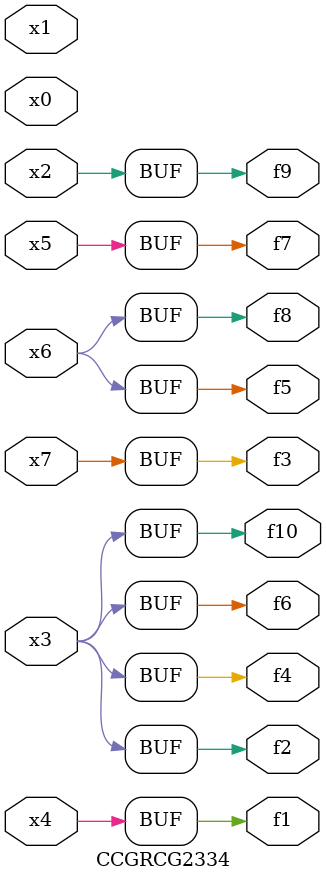
<source format=v>
module CCGRCG2334(
	input x0, x1, x2, x3, x4, x5, x6, x7,
	output f1, f2, f3, f4, f5, f6, f7, f8, f9, f10
);
	assign f1 = x4;
	assign f2 = x3;
	assign f3 = x7;
	assign f4 = x3;
	assign f5 = x6;
	assign f6 = x3;
	assign f7 = x5;
	assign f8 = x6;
	assign f9 = x2;
	assign f10 = x3;
endmodule

</source>
